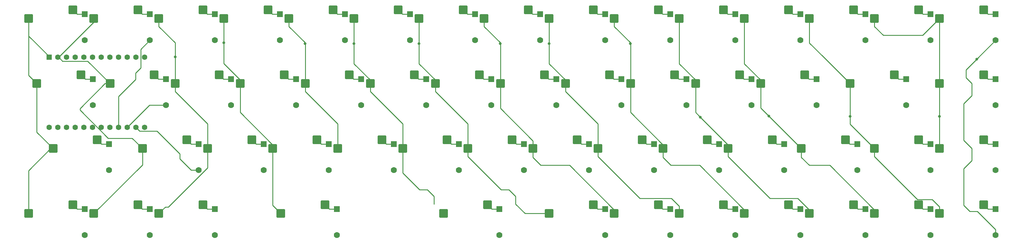
<source format=gbl>
%TF.GenerationSoftware,KiCad,Pcbnew,(6.0.10)*%
%TF.CreationDate,2023-01-15T11:01:46+05:00*%
%TF.ProjectId,key55,6b657935-352e-46b6-9963-61645f706362,rev?*%
%TF.SameCoordinates,Original*%
%TF.FileFunction,Copper,L2,Bot*%
%TF.FilePolarity,Positive*%
%FSLAX46Y46*%
G04 Gerber Fmt 4.6, Leading zero omitted, Abs format (unit mm)*
G04 Created by KiCad (PCBNEW (6.0.10)) date 2023-01-15 11:01:46*
%MOMM*%
%LPD*%
G01*
G04 APERTURE LIST*
G04 Aperture macros list*
%AMRoundRect*
0 Rectangle with rounded corners*
0 $1 Rounding radius*
0 $2 $3 $4 $5 $6 $7 $8 $9 X,Y pos of 4 corners*
0 Add a 4 corners polygon primitive as box body*
4,1,4,$2,$3,$4,$5,$6,$7,$8,$9,$2,$3,0*
0 Add four circle primitives for the rounded corners*
1,1,$1+$1,$2,$3*
1,1,$1+$1,$4,$5*
1,1,$1+$1,$6,$7*
1,1,$1+$1,$8,$9*
0 Add four rect primitives between the rounded corners*
20,1,$1+$1,$2,$3,$4,$5,0*
20,1,$1+$1,$4,$5,$6,$7,0*
20,1,$1+$1,$6,$7,$8,$9,0*
20,1,$1+$1,$8,$9,$2,$3,0*%
G04 Aperture macros list end*
%TA.AperFunction,SMDPad,CuDef*%
%ADD10RoundRect,0.250000X-1.025000X-1.000000X1.025000X-1.000000X1.025000X1.000000X-1.025000X1.000000X0*%
%TD*%
%TA.AperFunction,ComponentPad*%
%ADD11C,1.778000*%
%TD*%
%TA.AperFunction,ComponentPad*%
%ADD12R,1.778000X1.778000*%
%TD*%
%TA.AperFunction,ComponentPad*%
%ADD13R,1.600000X1.600000*%
%TD*%
%TA.AperFunction,ComponentPad*%
%ADD14C,1.600000*%
%TD*%
%TA.AperFunction,ViaPad*%
%ADD15C,0.800000*%
%TD*%
%TA.AperFunction,Conductor*%
%ADD16C,0.250000*%
%TD*%
G04 APERTURE END LIST*
D10*
%TO.P,K44,1*%
%TO.N,COL0*%
X15140000Y-76835000D03*
%TO.P,K44,2*%
%TO.N,Net-(D44-Pad2)*%
X28067000Y-74295000D03*
%TD*%
D11*
%TO.P,D39,1*%
%TO.N,ROW2*%
X217283000Y-64135000D03*
D12*
%TO.P,D39,2*%
%TO.N,Net-(D39-Pad2)*%
X217283000Y-56515000D03*
%TD*%
D10*
%TO.P,K49,1*%
%TO.N,COL6*%
X167540000Y-76835000D03*
%TO.P,K49,2*%
%TO.N,Net-(D49-Pad2)*%
X180467000Y-74295000D03*
%TD*%
%TO.P,K1,1*%
%TO.N,COL0*%
X15140000Y-19685000D03*
%TO.P,K1,2*%
%TO.N,Net-(D1-Pad2)*%
X28067000Y-17145000D03*
%TD*%
%TO.P,K7,1*%
%TO.N,COL6*%
X129440000Y-19685000D03*
%TO.P,K7,2*%
%TO.N,Net-(D7-Pad2)*%
X142367000Y-17145000D03*
%TD*%
D11*
%TO.P,D12,1*%
%TO.N,ROW0*%
X241095500Y-26035000D03*
D12*
%TO.P,D12,2*%
%TO.N,Net-(D12-Pad2)*%
X241095500Y-18415000D03*
%TD*%
D10*
%TO.P,K10,1*%
%TO.N,COL9*%
X186590000Y-19685000D03*
%TO.P,K10,2*%
%TO.N,Net-(D10-Pad2)*%
X199517000Y-17145000D03*
%TD*%
D11*
%TO.P,D9,1*%
%TO.N,ROW0*%
X183945500Y-26035000D03*
D12*
%TO.P,D9,2*%
%TO.N,Net-(D9-Pad2)*%
X183945500Y-18415000D03*
%TD*%
D11*
%TO.P,D54,1*%
%TO.N,ROW3*%
X279195500Y-83185000D03*
D12*
%TO.P,D54,2*%
%TO.N,Net-(D54-Pad2)*%
X279195500Y-75565000D03*
%TD*%
D11*
%TO.P,D52,1*%
%TO.N,ROW3*%
X241095500Y-83185000D03*
D12*
%TO.P,D52,2*%
%TO.N,Net-(D52-Pad2)*%
X241095500Y-75565000D03*
%TD*%
D10*
%TO.P,K34,1*%
%TO.N,COL4*%
X105627500Y-57785000D03*
%TO.P,K34,2*%
%TO.N,Net-(D34-Pad2)*%
X118554500Y-55245000D03*
%TD*%
%TO.P,K11,1*%
%TO.N,COL10*%
X205640000Y-19685000D03*
%TO.P,K11,2*%
%TO.N,Net-(D11-Pad2)*%
X218567000Y-17145000D03*
%TD*%
D11*
%TO.P,D55,1*%
%TO.N,ROW3*%
X298245500Y-83185000D03*
D12*
%TO.P,D55,2*%
%TO.N,Net-(D55-Pad2)*%
X298245500Y-75565000D03*
%TD*%
D11*
%TO.P,D47,1*%
%TO.N,ROW3*%
X105364250Y-83185000D03*
D12*
%TO.P,D47,2*%
%TO.N,Net-(D47-Pad2)*%
X105364250Y-75565000D03*
%TD*%
D11*
%TO.P,D33,1*%
%TO.N,ROW2*%
X102983000Y-64135000D03*
D12*
%TO.P,D33,2*%
%TO.N,Net-(D33-Pad2)*%
X102983000Y-56515000D03*
%TD*%
D11*
%TO.P,D48,1*%
%TO.N,ROW3*%
X152989250Y-83185000D03*
D12*
%TO.P,D48,2*%
%TO.N,Net-(D48-Pad2)*%
X152989250Y-75565000D03*
%TD*%
D10*
%TO.P,K18,1*%
%TO.N,COL2*%
X58002500Y-38735000D03*
%TO.P,K18,2*%
%TO.N,Net-(D18-Pad2)*%
X70929500Y-36195000D03*
%TD*%
%TO.P,K54,1*%
%TO.N,COL11*%
X262790000Y-76835000D03*
%TO.P,K54,2*%
%TO.N,Net-(D54-Pad2)*%
X275717000Y-74295000D03*
%TD*%
D11*
%TO.P,D37,1*%
%TO.N,ROW2*%
X179183000Y-64135000D03*
D12*
%TO.P,D37,2*%
%TO.N,Net-(D37-Pad2)*%
X179183000Y-56515000D03*
%TD*%
D11*
%TO.P,D2,1*%
%TO.N,ROW0*%
X50595500Y-26035000D03*
D12*
%TO.P,D2,2*%
%TO.N,Net-(D2-Pad2)*%
X50595500Y-18415000D03*
%TD*%
D11*
%TO.P,D19,1*%
%TO.N,ROW1*%
X93458000Y-45085000D03*
D12*
%TO.P,D19,2*%
%TO.N,Net-(D19-Pad2)*%
X93458000Y-37465000D03*
%TD*%
D11*
%TO.P,D1,1*%
%TO.N,ROW0*%
X31545500Y-26035000D03*
D12*
%TO.P,D1,2*%
%TO.N,Net-(D1-Pad2)*%
X31545500Y-18415000D03*
%TD*%
D11*
%TO.P,D3,1*%
%TO.N,ROW0*%
X69645500Y-26035000D03*
D12*
%TO.P,D3,2*%
%TO.N,Net-(D3-Pad2)*%
X69645500Y-18415000D03*
%TD*%
D10*
%TO.P,K27,1*%
%TO.N,COL11*%
X229452500Y-38735000D03*
%TO.P,K27,2*%
%TO.N,Net-(D27-Pad2)*%
X242379500Y-36195000D03*
%TD*%
%TO.P,K22,1*%
%TO.N,COL6*%
X134202500Y-38735000D03*
%TO.P,K22,2*%
%TO.N,Net-(D22-Pad2)*%
X147129500Y-36195000D03*
%TD*%
D11*
%TO.P,D36,1*%
%TO.N,ROW2*%
X160133000Y-64135000D03*
D12*
%TO.P,D36,2*%
%TO.N,Net-(D36-Pad2)*%
X160133000Y-56515000D03*
%TD*%
D11*
%TO.P,D14,1*%
%TO.N,ROW0*%
X279195500Y-26035000D03*
D12*
%TO.P,D14,2*%
%TO.N,Net-(D14-Pad2)*%
X279195500Y-18415000D03*
%TD*%
D10*
%TO.P,K35,1*%
%TO.N,COL5*%
X124677500Y-57785000D03*
%TO.P,K35,2*%
%TO.N,Net-(D35-Pad2)*%
X137604500Y-55245000D03*
%TD*%
%TO.P,K9,1*%
%TO.N,COL8*%
X167540000Y-19685000D03*
%TO.P,K9,2*%
%TO.N,Net-(D9-Pad2)*%
X180467000Y-17145000D03*
%TD*%
D11*
%TO.P,D13,1*%
%TO.N,ROW0*%
X260145500Y-26035000D03*
D12*
%TO.P,D13,2*%
%TO.N,Net-(D13-Pad2)*%
X260145500Y-18415000D03*
%TD*%
D11*
%TO.P,D30,1*%
%TO.N,ROW2*%
X38689250Y-64135000D03*
D12*
%TO.P,D30,2*%
%TO.N,Net-(D30-Pad2)*%
X38689250Y-56515000D03*
%TD*%
D10*
%TO.P,K29,1*%
%TO.N,COL13*%
X281840000Y-38735000D03*
%TO.P,K29,2*%
%TO.N,Net-(D29-Pad2)*%
X294767000Y-36195000D03*
%TD*%
%TO.P,K39,1*%
%TO.N,COL9*%
X200877500Y-57785000D03*
%TO.P,K39,2*%
%TO.N,Net-(D39-Pad2)*%
X213804500Y-55245000D03*
%TD*%
D11*
%TO.P,D25,1*%
%TO.N,ROW1*%
X207758000Y-45085000D03*
D12*
%TO.P,D25,2*%
%TO.N,Net-(D25-Pad2)*%
X207758000Y-37465000D03*
%TD*%
D10*
%TO.P,K55,1*%
%TO.N,COL12*%
X281840000Y-76835000D03*
%TO.P,K55,2*%
%TO.N,Net-(D55-Pad2)*%
X294767000Y-74295000D03*
%TD*%
D11*
%TO.P,D45,1*%
%TO.N,ROW3*%
X50595500Y-83185000D03*
D12*
%TO.P,D45,2*%
%TO.N,Net-(D45-Pad2)*%
X50595500Y-75565000D03*
%TD*%
D10*
%TO.P,K6,1*%
%TO.N,COL5*%
X110390000Y-19685000D03*
%TO.P,K6,2*%
%TO.N,Net-(D6-Pad2)*%
X123317000Y-17145000D03*
%TD*%
D11*
%TO.P,D21,1*%
%TO.N,ROW1*%
X131558000Y-45085000D03*
D12*
%TO.P,D21,2*%
%TO.N,Net-(D21-Pad2)*%
X131558000Y-37465000D03*
%TD*%
D10*
%TO.P,K46,1*%
%TO.N,COL2*%
X53240000Y-76835000D03*
%TO.P,K46,2*%
%TO.N,Net-(D46-Pad2)*%
X66167000Y-74295000D03*
%TD*%
%TO.P,K50,1*%
%TO.N,COL7*%
X186590000Y-76835000D03*
%TO.P,K50,2*%
%TO.N,Net-(D50-Pad2)*%
X199517000Y-74295000D03*
%TD*%
D11*
%TO.P,D34,1*%
%TO.N,ROW2*%
X122033000Y-64135000D03*
D12*
%TO.P,D34,2*%
%TO.N,Net-(D34-Pad2)*%
X122033000Y-56515000D03*
%TD*%
D10*
%TO.P,K25,1*%
%TO.N,COL9*%
X191352500Y-38735000D03*
%TO.P,K25,2*%
%TO.N,Net-(D25-Pad2)*%
X204279500Y-36195000D03*
%TD*%
D11*
%TO.P,D4,1*%
%TO.N,ROW0*%
X88695500Y-26035000D03*
D12*
%TO.P,D4,2*%
%TO.N,Net-(D4-Pad2)*%
X88695500Y-18415000D03*
%TD*%
D11*
%TO.P,D31,1*%
%TO.N,ROW2*%
X64883000Y-64135000D03*
D12*
%TO.P,D31,2*%
%TO.N,Net-(D31-Pad2)*%
X64883000Y-56515000D03*
%TD*%
D11*
%TO.P,D5,1*%
%TO.N,ROW0*%
X107745500Y-26035000D03*
D12*
%TO.P,D5,2*%
%TO.N,Net-(D5-Pad2)*%
X107745500Y-18415000D03*
%TD*%
D11*
%TO.P,D41,1*%
%TO.N,ROW2*%
X257764250Y-64135000D03*
D12*
%TO.P,D41,2*%
%TO.N,Net-(D41-Pad2)*%
X257764250Y-56515000D03*
%TD*%
D11*
%TO.P,D15,1*%
%TO.N,ROW3*%
X298245500Y-26035000D03*
D12*
%TO.P,D15,2*%
%TO.N,Net-(D15-Pad2)*%
X298245500Y-18415000D03*
%TD*%
D11*
%TO.P,D35,1*%
%TO.N,ROW2*%
X141083000Y-64135000D03*
D12*
%TO.P,D35,2*%
%TO.N,Net-(D35-Pad2)*%
X141083000Y-56515000D03*
%TD*%
D11*
%TO.P,D38,1*%
%TO.N,ROW2*%
X198233000Y-64135000D03*
D12*
%TO.P,D38,2*%
%TO.N,Net-(D38-Pad2)*%
X198233000Y-56515000D03*
%TD*%
D11*
%TO.P,D16,1*%
%TO.N,ROW1*%
X33926750Y-45085000D03*
D12*
%TO.P,D16,2*%
%TO.N,Net-(D16-Pad2)*%
X33926750Y-37465000D03*
%TD*%
D10*
%TO.P,K8,1*%
%TO.N,COL7*%
X148490000Y-19685000D03*
%TO.P,K8,2*%
%TO.N,Net-(D8-Pad2)*%
X161417000Y-17145000D03*
%TD*%
D11*
%TO.P,D26,1*%
%TO.N,ROW1*%
X226808000Y-45085000D03*
D12*
%TO.P,D26,2*%
%TO.N,Net-(D26-Pad2)*%
X226808000Y-37465000D03*
%TD*%
D10*
%TO.P,K43,1*%
%TO.N,COL13*%
X281840000Y-57785000D03*
%TO.P,K43,2*%
%TO.N,Net-(D43-Pad2)*%
X294767000Y-55245000D03*
%TD*%
%TO.P,K16,1*%
%TO.N,COL0*%
X17521250Y-38735000D03*
%TO.P,K16,2*%
%TO.N,Net-(D16-Pad2)*%
X30448250Y-36195000D03*
%TD*%
D11*
%TO.P,D51,1*%
%TO.N,ROW3*%
X222045500Y-83185000D03*
D12*
%TO.P,D51,2*%
%TO.N,Net-(D51-Pad2)*%
X222045500Y-75565000D03*
%TD*%
D10*
%TO.P,K12,1*%
%TO.N,COL11*%
X224690000Y-19685000D03*
%TO.P,K12,2*%
%TO.N,Net-(D12-Pad2)*%
X237617000Y-17145000D03*
%TD*%
%TO.P,K15,1*%
%TO.N,COL13*%
X281840000Y-19685000D03*
%TO.P,K15,2*%
%TO.N,Net-(D15-Pad2)*%
X294767000Y-17145000D03*
%TD*%
D11*
%TO.P,D53,1*%
%TO.N,ROW3*%
X260145500Y-83185000D03*
D12*
%TO.P,D53,2*%
%TO.N,Net-(D53-Pad2)*%
X260145500Y-75565000D03*
%TD*%
D10*
%TO.P,K41,1*%
%TO.N,COL11*%
X241358750Y-57785000D03*
%TO.P,K41,2*%
%TO.N,Net-(D41-Pad2)*%
X254285750Y-55245000D03*
%TD*%
D11*
%TO.P,D22,1*%
%TO.N,ROW1*%
X150608000Y-45085000D03*
D12*
%TO.P,D22,2*%
%TO.N,Net-(D22-Pad2)*%
X150608000Y-37465000D03*
%TD*%
D10*
%TO.P,K52,1*%
%TO.N,COL9*%
X224690000Y-76835000D03*
%TO.P,K52,2*%
%TO.N,Net-(D52-Pad2)*%
X237617000Y-74295000D03*
%TD*%
D11*
%TO.P,D27,1*%
%TO.N,ROW1*%
X245858000Y-45085000D03*
D12*
%TO.P,D27,2*%
%TO.N,Net-(D27-Pad2)*%
X245858000Y-37465000D03*
%TD*%
D11*
%TO.P,D44,1*%
%TO.N,ROW3*%
X31545500Y-83185000D03*
D12*
%TO.P,D44,2*%
%TO.N,Net-(D44-Pad2)*%
X31545500Y-75565000D03*
%TD*%
D10*
%TO.P,K51,1*%
%TO.N,COL8*%
X205640000Y-76835000D03*
%TO.P,K51,2*%
%TO.N,Net-(D51-Pad2)*%
X218567000Y-74295000D03*
%TD*%
D11*
%TO.P,D42,1*%
%TO.N,ROW2*%
X279195500Y-64135000D03*
D12*
%TO.P,D42,2*%
%TO.N,Net-(D42-Pad2)*%
X279195500Y-56515000D03*
%TD*%
D10*
%TO.P,K32,1*%
%TO.N,COL2*%
X67527500Y-57785000D03*
%TO.P,K32,2*%
%TO.N,Net-(D32-Pad2)*%
X80454500Y-55245000D03*
%TD*%
%TO.P,K36,1*%
%TO.N,COL6*%
X143727500Y-57785000D03*
%TO.P,K36,2*%
%TO.N,Net-(D36-Pad2)*%
X156654500Y-55245000D03*
%TD*%
%TO.P,K28,1*%
%TO.N,COL12*%
X255646250Y-38735000D03*
%TO.P,K28,2*%
%TO.N,Net-(D28-Pad2)*%
X268573250Y-36195000D03*
%TD*%
D11*
%TO.P,D17,1*%
%TO.N,ROW1*%
X55358000Y-45085000D03*
D12*
%TO.P,D17,2*%
%TO.N,Net-(D17-Pad2)*%
X55358000Y-37465000D03*
%TD*%
D10*
%TO.P,K14,1*%
%TO.N,COL13*%
X262790000Y-19685000D03*
%TO.P,K14,2*%
%TO.N,Net-(D14-Pad2)*%
X275717000Y-17145000D03*
%TD*%
D11*
%TO.P,D46,1*%
%TO.N,ROW3*%
X69645500Y-83185000D03*
D12*
%TO.P,D46,2*%
%TO.N,Net-(D46-Pad2)*%
X69645500Y-75565000D03*
%TD*%
D10*
%TO.P,K26,1*%
%TO.N,COL10*%
X210402500Y-38735000D03*
%TO.P,K26,2*%
%TO.N,Net-(D26-Pad2)*%
X223329500Y-36195000D03*
%TD*%
%TO.P,K17,1*%
%TO.N,COL1*%
X38952500Y-38735000D03*
%TO.P,K17,2*%
%TO.N,Net-(D17-Pad2)*%
X51879500Y-36195000D03*
%TD*%
%TO.P,K13,1*%
%TO.N,COL12*%
X243740000Y-19685000D03*
%TO.P,K13,2*%
%TO.N,Net-(D13-Pad2)*%
X256667000Y-17145000D03*
%TD*%
D11*
%TO.P,D32,1*%
%TO.N,ROW2*%
X83933000Y-64135000D03*
D12*
%TO.P,D32,2*%
%TO.N,Net-(D32-Pad2)*%
X83933000Y-56515000D03*
%TD*%
D11*
%TO.P,D23,1*%
%TO.N,ROW1*%
X169658000Y-45085000D03*
D12*
%TO.P,D23,2*%
%TO.N,Net-(D23-Pad2)*%
X169658000Y-37465000D03*
%TD*%
D10*
%TO.P,K45,1*%
%TO.N,COL1*%
X34190000Y-76835000D03*
%TO.P,K45,2*%
%TO.N,Net-(D45-Pad2)*%
X47117000Y-74295000D03*
%TD*%
%TO.P,K20,1*%
%TO.N,COL4*%
X96102500Y-38735000D03*
%TO.P,K20,2*%
%TO.N,Net-(D20-Pad2)*%
X109029500Y-36195000D03*
%TD*%
D11*
%TO.P,D11,1*%
%TO.N,ROW0*%
X222045500Y-26035000D03*
D12*
%TO.P,D11,2*%
%TO.N,Net-(D11-Pad2)*%
X222045500Y-18415000D03*
%TD*%
D10*
%TO.P,K24,1*%
%TO.N,COL8*%
X172302500Y-38735000D03*
%TO.P,K24,2*%
%TO.N,Net-(D24-Pad2)*%
X185229500Y-36195000D03*
%TD*%
%TO.P,K48,1*%
%TO.N,COL5*%
X136583750Y-76835000D03*
%TO.P,K48,2*%
%TO.N,Net-(D48-Pad2)*%
X149510750Y-74295000D03*
%TD*%
%TO.P,K38,1*%
%TO.N,COL8*%
X181827500Y-57785000D03*
%TO.P,K38,2*%
%TO.N,Net-(D38-Pad2)*%
X194754500Y-55245000D03*
%TD*%
D11*
%TO.P,D29,1*%
%TO.N,ROW1*%
X298245500Y-45085000D03*
D12*
%TO.P,D29,2*%
%TO.N,Net-(D29-Pad2)*%
X298245500Y-37465000D03*
%TD*%
D11*
%TO.P,D6,1*%
%TO.N,ROW0*%
X126795500Y-26035000D03*
D12*
%TO.P,D6,2*%
%TO.N,Net-(D6-Pad2)*%
X126795500Y-18415000D03*
%TD*%
D11*
%TO.P,D8,1*%
%TO.N,ROW0*%
X164895500Y-26035000D03*
D12*
%TO.P,D8,2*%
%TO.N,Net-(D8-Pad2)*%
X164895500Y-18415000D03*
%TD*%
D11*
%TO.P,D28,1*%
%TO.N,ROW1*%
X272051750Y-45085000D03*
D12*
%TO.P,D28,2*%
%TO.N,Net-(D28-Pad2)*%
X272051750Y-37465000D03*
%TD*%
D10*
%TO.P,K4,1*%
%TO.N,COL3*%
X72290000Y-19685000D03*
%TO.P,K4,2*%
%TO.N,Net-(D4-Pad2)*%
X85217000Y-17145000D03*
%TD*%
D11*
%TO.P,D50,1*%
%TO.N,ROW3*%
X202995500Y-83185000D03*
D12*
%TO.P,D50,2*%
%TO.N,Net-(D50-Pad2)*%
X202995500Y-75565000D03*
%TD*%
D10*
%TO.P,K37,1*%
%TO.N,COL7*%
X162777500Y-57785000D03*
%TO.P,K37,2*%
%TO.N,Net-(D37-Pad2)*%
X175704500Y-55245000D03*
%TD*%
%TO.P,K2,1*%
%TO.N,COL1*%
X34190000Y-19685000D03*
%TO.P,K2,2*%
%TO.N,Net-(D2-Pad2)*%
X47117000Y-17145000D03*
%TD*%
D11*
%TO.P,D24,1*%
%TO.N,ROW1*%
X188708000Y-45085000D03*
D12*
%TO.P,D24,2*%
%TO.N,Net-(D24-Pad2)*%
X188708000Y-37465000D03*
%TD*%
D10*
%TO.P,K42,1*%
%TO.N,COL12*%
X262790000Y-57785000D03*
%TO.P,K42,2*%
%TO.N,Net-(D42-Pad2)*%
X275717000Y-55245000D03*
%TD*%
%TO.P,K47,1*%
%TO.N,COL3*%
X88958750Y-76835000D03*
%TO.P,K47,2*%
%TO.N,Net-(D47-Pad2)*%
X101885750Y-74295000D03*
%TD*%
%TO.P,K40,1*%
%TO.N,COL10*%
X219927500Y-57785000D03*
%TO.P,K40,2*%
%TO.N,Net-(D40-Pad2)*%
X232854500Y-55245000D03*
%TD*%
%TO.P,K23,1*%
%TO.N,COL7*%
X153252500Y-38735000D03*
%TO.P,K23,2*%
%TO.N,Net-(D23-Pad2)*%
X166179500Y-36195000D03*
%TD*%
%TO.P,K31,1*%
%TO.N,COL1*%
X48477500Y-57785000D03*
%TO.P,K31,2*%
%TO.N,Net-(D31-Pad2)*%
X61404500Y-55245000D03*
%TD*%
%TO.P,K30,1*%
%TO.N,COL0*%
X22283750Y-57785000D03*
%TO.P,K30,2*%
%TO.N,Net-(D30-Pad2)*%
X35210750Y-55245000D03*
%TD*%
%TO.P,K21,1*%
%TO.N,COL5*%
X115152500Y-38735000D03*
%TO.P,K21,2*%
%TO.N,Net-(D21-Pad2)*%
X128079500Y-36195000D03*
%TD*%
%TO.P,K19,1*%
%TO.N,COL3*%
X77052500Y-38735000D03*
%TO.P,K19,2*%
%TO.N,Net-(D19-Pad2)*%
X89979500Y-36195000D03*
%TD*%
D11*
%TO.P,D43,1*%
%TO.N,ROW2*%
X298245500Y-64135000D03*
D12*
%TO.P,D43,2*%
%TO.N,Net-(D43-Pad2)*%
X298245500Y-56515000D03*
%TD*%
D10*
%TO.P,K3,1*%
%TO.N,COL2*%
X53240000Y-19685000D03*
%TO.P,K3,2*%
%TO.N,Net-(D3-Pad2)*%
X66167000Y-17145000D03*
%TD*%
%TO.P,K33,1*%
%TO.N,COL3*%
X86577500Y-57785000D03*
%TO.P,K33,2*%
%TO.N,Net-(D33-Pad2)*%
X99504500Y-55245000D03*
%TD*%
D11*
%TO.P,D49,1*%
%TO.N,ROW3*%
X183945500Y-83185000D03*
D12*
%TO.P,D49,2*%
%TO.N,Net-(D49-Pad2)*%
X183945500Y-75565000D03*
%TD*%
D10*
%TO.P,K53,1*%
%TO.N,COL10*%
X243740000Y-76835000D03*
%TO.P,K53,2*%
%TO.N,Net-(D53-Pad2)*%
X256667000Y-74295000D03*
%TD*%
%TO.P,K5,1*%
%TO.N,COL4*%
X91340000Y-19685000D03*
%TO.P,K5,2*%
%TO.N,Net-(D5-Pad2)*%
X104267000Y-17145000D03*
%TD*%
D11*
%TO.P,D10,1*%
%TO.N,ROW0*%
X202995500Y-26035000D03*
D12*
%TO.P,D10,2*%
%TO.N,Net-(D10-Pad2)*%
X202995500Y-18415000D03*
%TD*%
D11*
%TO.P,D18,1*%
%TO.N,ROW1*%
X74408000Y-45085000D03*
D12*
%TO.P,D18,2*%
%TO.N,Net-(D18-Pad2)*%
X74408000Y-37465000D03*
%TD*%
D11*
%TO.P,D20,1*%
%TO.N,ROW1*%
X112508000Y-45085000D03*
D12*
%TO.P,D20,2*%
%TO.N,Net-(D20-Pad2)*%
X112508000Y-37465000D03*
%TD*%
D11*
%TO.P,D7,1*%
%TO.N,ROW0*%
X145845500Y-26035000D03*
D12*
%TO.P,D7,2*%
%TO.N,Net-(D7-Pad2)*%
X145845500Y-18415000D03*
%TD*%
D11*
%TO.P,D40,1*%
%TO.N,ROW2*%
X236333000Y-64135000D03*
D12*
%TO.P,D40,2*%
%TO.N,Net-(D40-Pad2)*%
X236333000Y-56515000D03*
%TD*%
D13*
%TO.P,U1,1,TX*%
%TO.N,COL0*%
X21138000Y-30988000D03*
D14*
%TO.P,U1,2,RX*%
%TO.N,COL1*%
X23678000Y-30988000D03*
%TO.P,U1,3,GND*%
%TO.N,unconnected-(U1-Pad3)*%
X26218000Y-30988000D03*
%TO.P,U1,4,GND*%
%TO.N,unconnected-(U1-Pad4)*%
X28758000Y-30988000D03*
%TO.P,U1,5,SDA*%
%TO.N,COL2*%
X31298000Y-30988000D03*
%TO.P,U1,6,SCL*%
%TO.N,COL3*%
X33838000Y-30988000D03*
%TO.P,U1,7,D4*%
%TO.N,COL4*%
X36378000Y-30988000D03*
%TO.P,U1,8,C6*%
%TO.N,COL5*%
X38918000Y-30988000D03*
%TO.P,U1,9,D7*%
%TO.N,COL6*%
X41458000Y-30988000D03*
%TO.P,U1,10,E6*%
%TO.N,COL7*%
X43998000Y-30988000D03*
%TO.P,U1,11,B4*%
%TO.N,COL8*%
X46538000Y-30988000D03*
%TO.P,U1,12,B5*%
%TO.N,COL9*%
X49078000Y-30988000D03*
%TO.P,U1,13,B6*%
%TO.N,ROW3*%
X49078000Y-51562000D03*
%TO.P,U1,14,B2*%
%TO.N,ROW2*%
X46538000Y-51562000D03*
%TO.P,U1,15,B3*%
%TO.N,ROW1*%
X43998000Y-51562000D03*
%TO.P,U1,16,B1*%
%TO.N,ROW0*%
X41458000Y-51562000D03*
%TO.P,U1,17,F7*%
%TO.N,COL13*%
X38918000Y-51562000D03*
%TO.P,U1,18,F6*%
%TO.N,COL12*%
X36378000Y-51562000D03*
%TO.P,U1,19,F5*%
%TO.N,COL11*%
X33838000Y-51562000D03*
%TO.P,U1,20,F4*%
%TO.N,COL10*%
X31298000Y-51562000D03*
%TO.P,U1,21,VCC*%
%TO.N,unconnected-(U1-Pad21)*%
X28758000Y-51562000D03*
%TO.P,U1,22,RST*%
%TO.N,unconnected-(U1-Pad22)*%
X26218000Y-51562000D03*
%TO.P,U1,23,GND*%
%TO.N,unconnected-(U1-Pad23)*%
X23678000Y-51562000D03*
%TO.P,U1,24,RAW*%
%TO.N,unconnected-(U1-Pad24)*%
X21138000Y-51562000D03*
%TD*%
D15*
%TO.N,ROW3*%
X292712125Y-31568375D03*
%TO.N,COL2*%
X58002500Y-30897500D03*
%TO.N,COL3*%
X72231250Y-26759500D03*
%TO.N,COL4*%
X96043750Y-26987500D03*
%TO.N,COL5*%
X110331250Y-26987500D03*
%TO.N,COL6*%
X129381250Y-26987500D03*
%TO.N,COL7*%
X153193750Y-26987500D03*
%TO.N,COL8*%
X167481250Y-26987500D03*
%TO.N,COL9*%
X191293750Y-26987500D03*
%TO.N,COL10*%
X211773000Y-48577000D03*
%TO.N,COL11*%
X231883750Y-48310000D03*
%TO.N,COL12*%
X255646250Y-48360000D03*
%TO.N,COL13*%
X281840000Y-48360000D03*
%TD*%
D16*
%TO.N,ROW0*%
X41475268Y-42525001D02*
X42207501Y-41792768D01*
X46468250Y-37485491D02*
X46468250Y-35617242D01*
X41458000Y-42525001D02*
X41475268Y-42525001D01*
X47953000Y-28677500D02*
X50595500Y-26035000D01*
X42207501Y-41792768D02*
X42207501Y-41746240D01*
X42207501Y-41746240D02*
X46468250Y-37485491D01*
X46468250Y-35617242D02*
X47953000Y-34132492D01*
X41458000Y-51562000D02*
X41458000Y-42525001D01*
X47953000Y-34132492D02*
X47953000Y-28677500D01*
%TO.N,Net-(D1-Pad2)*%
X29337000Y-18415000D02*
X31545500Y-18415000D01*
X28067000Y-17145000D02*
X29337000Y-18415000D01*
%TO.N,Net-(D2-Pad2)*%
X48387000Y-18415000D02*
X50595500Y-18415000D01*
X47117000Y-17145000D02*
X48387000Y-18415000D01*
%TO.N,Net-(D3-Pad2)*%
X67437000Y-18415000D02*
X69645500Y-18415000D01*
X66167000Y-17145000D02*
X67437000Y-18415000D01*
%TO.N,Net-(D4-Pad2)*%
X86487000Y-18415000D02*
X88695500Y-18415000D01*
X85217000Y-17145000D02*
X86487000Y-18415000D01*
%TO.N,Net-(D5-Pad2)*%
X105537000Y-18415000D02*
X107745500Y-18415000D01*
X104267000Y-17145000D02*
X105537000Y-18415000D01*
%TO.N,Net-(D6-Pad2)*%
X124587000Y-18415000D02*
X126795500Y-18415000D01*
X123317000Y-17145000D02*
X124587000Y-18415000D01*
%TO.N,Net-(D7-Pad2)*%
X142367000Y-17145000D02*
X143637000Y-18415000D01*
X143637000Y-18415000D02*
X145845500Y-18415000D01*
%TO.N,Net-(D8-Pad2)*%
X162687000Y-18415000D02*
X164895500Y-18415000D01*
X161417000Y-17145000D02*
X162687000Y-18415000D01*
%TO.N,Net-(D9-Pad2)*%
X180467000Y-17145000D02*
X181737000Y-18415000D01*
X181737000Y-18415000D02*
X183945500Y-18415000D01*
%TO.N,Net-(D10-Pad2)*%
X199517000Y-17145000D02*
X200787000Y-18415000D01*
X200787000Y-18415000D02*
X202995500Y-18415000D01*
%TO.N,Net-(D11-Pad2)*%
X219837000Y-18415000D02*
X222045500Y-18415000D01*
X218567000Y-17145000D02*
X219837000Y-18415000D01*
%TO.N,Net-(D12-Pad2)*%
X238887000Y-18415000D02*
X241095500Y-18415000D01*
X237617000Y-17145000D02*
X238887000Y-18415000D01*
%TO.N,Net-(D13-Pad2)*%
X257937000Y-18415000D02*
X260145500Y-18415000D01*
X256667000Y-17145000D02*
X257937000Y-18415000D01*
%TO.N,Net-(D14-Pad2)*%
X275717000Y-17145000D02*
X276987000Y-18415000D01*
X276987000Y-18415000D02*
X279195500Y-18415000D01*
%TO.N,ROW3*%
X288925000Y-63683759D02*
X291306250Y-61302509D01*
X292712125Y-31568375D02*
X298245500Y-26035000D01*
X289564999Y-34715501D02*
X292712125Y-31568375D01*
X291306250Y-57773258D02*
X288925000Y-55392008D01*
X288925000Y-74442008D02*
X288925000Y-63683759D01*
X290677993Y-76195001D02*
X288925000Y-74442008D01*
X288925000Y-55392008D02*
X288925000Y-44633759D01*
X288925000Y-44633759D02*
X291306250Y-42252509D01*
X289564999Y-36982007D02*
X289564999Y-34715501D01*
X298245500Y-83185000D02*
X298245500Y-81551750D01*
X291306250Y-38723258D02*
X289564999Y-36982007D01*
X292888751Y-76195001D02*
X290677993Y-76195001D01*
X298245500Y-81551750D02*
X292888751Y-76195001D01*
X291306250Y-42252509D02*
X291306250Y-38723258D01*
X291306250Y-61302509D02*
X291306250Y-57773258D01*
%TO.N,Net-(D15-Pad2)*%
X296037000Y-18415000D02*
X298245500Y-18415000D01*
X294767000Y-17145000D02*
X296037000Y-18415000D01*
%TO.N,ROW1*%
X50475000Y-45085000D02*
X55358000Y-45085000D01*
X43998000Y-51562000D02*
X50475000Y-45085000D01*
%TO.N,Net-(D16-Pad2)*%
X31718250Y-37465000D02*
X33926750Y-37465000D01*
X30448250Y-36195000D02*
X31718250Y-37465000D01*
%TO.N,Net-(D17-Pad2)*%
X51879500Y-36195000D02*
X53149500Y-37465000D01*
X53149500Y-37465000D02*
X55358000Y-37465000D01*
%TO.N,Net-(D18-Pad2)*%
X72199500Y-37465000D02*
X74408000Y-37465000D01*
X70929500Y-36195000D02*
X72199500Y-37465000D01*
%TO.N,Net-(D19-Pad2)*%
X91249500Y-37465000D02*
X93458000Y-37465000D01*
X89979500Y-36195000D02*
X91249500Y-37465000D01*
%TO.N,Net-(D20-Pad2)*%
X110299500Y-37465000D02*
X112508000Y-37465000D01*
X109029500Y-36195000D02*
X110299500Y-37465000D01*
%TO.N,Net-(D21-Pad2)*%
X128079500Y-36195000D02*
X129349500Y-37465000D01*
X129349500Y-37465000D02*
X131558000Y-37465000D01*
%TO.N,Net-(D22-Pad2)*%
X147129500Y-36195000D02*
X148399500Y-37465000D01*
X148399500Y-37465000D02*
X150608000Y-37465000D01*
%TO.N,Net-(D23-Pad2)*%
X167449500Y-37465000D02*
X169658000Y-37465000D01*
X166179500Y-36195000D02*
X167449500Y-37465000D01*
%TO.N,Net-(D24-Pad2)*%
X186499500Y-37465000D02*
X188708000Y-37465000D01*
X185229500Y-36195000D02*
X186499500Y-37465000D01*
%TO.N,Net-(D25-Pad2)*%
X204279500Y-36195000D02*
X205549500Y-37465000D01*
X205549500Y-37465000D02*
X207758000Y-37465000D01*
%TO.N,Net-(D26-Pad2)*%
X223329500Y-36195000D02*
X224599500Y-37465000D01*
X224599500Y-37465000D02*
X226808000Y-37465000D01*
%TO.N,Net-(D27-Pad2)*%
X242379500Y-36195000D02*
X243649500Y-37465000D01*
X243649500Y-37465000D02*
X245858000Y-37465000D01*
%TO.N,Net-(D28-Pad2)*%
X269843250Y-37465000D02*
X272051750Y-37465000D01*
X268573250Y-36195000D02*
X269843250Y-37465000D01*
%TO.N,Net-(D29-Pad2)*%
X296037000Y-37465000D02*
X298245500Y-37465000D01*
X294767000Y-36195000D02*
X296037000Y-37465000D01*
%TO.N,ROW2*%
X52687000Y-52687000D02*
X59392499Y-59392499D01*
X47663000Y-52687000D02*
X52687000Y-52687000D01*
X59392499Y-60842768D02*
X62684731Y-64135000D01*
X62684731Y-64135000D02*
X64883000Y-64135000D01*
X59392499Y-59392499D02*
X59392499Y-60842768D01*
X46538000Y-51562000D02*
X47663000Y-52687000D01*
%TO.N,Net-(D30-Pad2)*%
X35210750Y-55245000D02*
X36480750Y-56515000D01*
X36480750Y-56515000D02*
X38689250Y-56515000D01*
%TO.N,Net-(D31-Pad2)*%
X61404500Y-55245000D02*
X62674500Y-56515000D01*
X62674500Y-56515000D02*
X64883000Y-56515000D01*
%TO.N,Net-(D32-Pad2)*%
X81724500Y-56515000D02*
X83933000Y-56515000D01*
X80454500Y-55245000D02*
X81724500Y-56515000D01*
%TO.N,Net-(D33-Pad2)*%
X100774500Y-56515000D02*
X102983000Y-56515000D01*
X99504500Y-55245000D02*
X100774500Y-56515000D01*
%TO.N,Net-(D34-Pad2)*%
X118554500Y-55245000D02*
X119824500Y-56515000D01*
X119824500Y-56515000D02*
X122033000Y-56515000D01*
%TO.N,Net-(D35-Pad2)*%
X138874500Y-56515000D02*
X141083000Y-56515000D01*
X137604500Y-55245000D02*
X138874500Y-56515000D01*
%TO.N,Net-(D36-Pad2)*%
X156654500Y-55245000D02*
X157924500Y-56515000D01*
X157924500Y-56515000D02*
X160133000Y-56515000D01*
%TO.N,Net-(D37-Pad2)*%
X176974500Y-56515000D02*
X179183000Y-56515000D01*
X175704500Y-55245000D02*
X176974500Y-56515000D01*
%TO.N,Net-(D38-Pad2)*%
X194754500Y-55245000D02*
X196024500Y-56515000D01*
X196024500Y-56515000D02*
X198233000Y-56515000D01*
%TO.N,Net-(D39-Pad2)*%
X217283000Y-56515000D02*
X215074500Y-56515000D01*
X215074500Y-56515000D02*
X213804500Y-55245000D01*
%TO.N,Net-(D40-Pad2)*%
X232854500Y-55245000D02*
X234124500Y-56515000D01*
X234124500Y-56515000D02*
X236333000Y-56515000D01*
%TO.N,Net-(D41-Pad2)*%
X255555750Y-56515000D02*
X257764250Y-56515000D01*
X254285750Y-55245000D02*
X255555750Y-56515000D01*
%TO.N,Net-(D42-Pad2)*%
X275717000Y-55245000D02*
X276987000Y-56515000D01*
X276987000Y-56515000D02*
X279195500Y-56515000D01*
%TO.N,Net-(D43-Pad2)*%
X294767000Y-55245000D02*
X296037000Y-56515000D01*
X296037000Y-56515000D02*
X298245500Y-56515000D01*
%TO.N,Net-(D44-Pad2)*%
X28067000Y-74295000D02*
X29337000Y-75565000D01*
X29337000Y-75565000D02*
X31545500Y-75565000D01*
%TO.N,Net-(D45-Pad2)*%
X47117000Y-74295000D02*
X48387000Y-75565000D01*
X48387000Y-75565000D02*
X50595500Y-75565000D01*
%TO.N,Net-(D46-Pad2)*%
X66167000Y-74295000D02*
X67437000Y-75565000D01*
X67437000Y-75565000D02*
X69645500Y-75565000D01*
%TO.N,Net-(D47-Pad2)*%
X101885750Y-74295000D02*
X103155750Y-75565000D01*
X103155750Y-75565000D02*
X105364250Y-75565000D01*
%TO.N,Net-(D48-Pad2)*%
X150780750Y-75565000D02*
X152989250Y-75565000D01*
X149510750Y-74295000D02*
X150780750Y-75565000D01*
%TO.N,Net-(D49-Pad2)*%
X181737000Y-75565000D02*
X183945500Y-75565000D01*
X180467000Y-74295000D02*
X181737000Y-75565000D01*
%TO.N,Net-(D50-Pad2)*%
X199517000Y-74295000D02*
X200787000Y-75565000D01*
X200787000Y-75565000D02*
X202995500Y-75565000D01*
%TO.N,Net-(D51-Pad2)*%
X218567000Y-74295000D02*
X219837000Y-75565000D01*
X219837000Y-75565000D02*
X222045500Y-75565000D01*
%TO.N,Net-(D52-Pad2)*%
X237617000Y-74295000D02*
X238887000Y-75565000D01*
X238887000Y-75565000D02*
X241095500Y-75565000D01*
%TO.N,Net-(D53-Pad2)*%
X256667000Y-74295000D02*
X257937000Y-75565000D01*
X257937000Y-75565000D02*
X260145500Y-75565000D01*
%TO.N,Net-(D54-Pad2)*%
X276987000Y-75565000D02*
X279195500Y-75565000D01*
X275717000Y-74295000D02*
X276987000Y-75565000D01*
%TO.N,Net-(D55-Pad2)*%
X296037000Y-75565000D02*
X298245500Y-75565000D01*
X294767000Y-74295000D02*
X296037000Y-75565000D01*
%TO.N,COL0*%
X15140000Y-24817500D02*
X21355500Y-31033000D01*
X21590000Y-57785000D02*
X15140000Y-64235000D01*
X22283750Y-57785000D02*
X21590000Y-57785000D01*
X15140000Y-19685000D02*
X15140000Y-24817500D01*
X15140000Y-36353750D02*
X17521250Y-38735000D01*
X15140000Y-19685000D02*
X15140000Y-36353750D01*
X17521250Y-38735000D02*
X17521250Y-53022500D01*
X15140000Y-64235000D02*
X15140000Y-76835000D01*
X17521250Y-53022500D02*
X22283750Y-57785000D01*
%TO.N,COL1*%
X34190000Y-20738500D02*
X23895500Y-31033000D01*
X48477500Y-57785000D02*
X48477500Y-62547500D01*
X32375500Y-32158000D02*
X38952500Y-38735000D01*
X25020500Y-32158000D02*
X32375500Y-32158000D01*
X45461250Y-54768750D02*
X48477500Y-57785000D01*
X30162500Y-46510991D02*
X38420259Y-54768750D01*
X34190000Y-19685000D02*
X34190000Y-20738500D01*
X48477500Y-62547500D02*
X34190000Y-76835000D01*
X37462509Y-38735000D02*
X30162500Y-46035009D01*
X38952500Y-38735000D02*
X37462509Y-38735000D01*
X38420259Y-54768750D02*
X45461250Y-54768750D01*
X23895500Y-31033000D02*
X25020500Y-32158000D01*
X30162500Y-46035009D02*
X30162500Y-46510991D01*
%TO.N,COL2*%
X55140001Y-74934999D02*
X56033751Y-74934999D01*
X53240000Y-21987769D02*
X53240000Y-19685000D01*
X67527500Y-63441250D02*
X67527500Y-57785000D01*
X56033751Y-74934999D02*
X67527500Y-63441250D01*
X58002500Y-38735000D02*
X58002500Y-30897500D01*
X58002500Y-30897500D02*
X58002500Y-26750269D01*
X67527500Y-50562769D02*
X58002500Y-41037769D01*
X53240000Y-76835000D02*
X55140001Y-74934999D01*
X67527500Y-57785000D02*
X67527500Y-50562769D01*
X58002500Y-26750269D02*
X53240000Y-21987769D01*
X58002500Y-41037769D02*
X58002500Y-38735000D01*
%TO.N,COL3*%
X77052500Y-37681500D02*
X77052500Y-38735000D01*
X72231250Y-26759500D02*
X72290000Y-26700750D01*
X86577500Y-56731500D02*
X86577500Y-57785000D01*
X72231250Y-26759500D02*
X72231250Y-32860250D01*
X72290000Y-26700750D02*
X72290000Y-19685000D01*
X86577500Y-57785000D02*
X86577500Y-74453750D01*
X77052500Y-47206500D02*
X86577500Y-56731500D01*
X77052500Y-38735000D02*
X77052500Y-47206500D01*
X86577500Y-74453750D02*
X88958750Y-76835000D01*
X72231250Y-32860250D02*
X77052500Y-37681500D01*
%TO.N,COL4*%
X96043750Y-26691519D02*
X91340000Y-21987769D01*
X96102500Y-27046250D02*
X96102500Y-38735000D01*
X105627500Y-57785000D02*
X105627500Y-50562769D01*
X96102500Y-41037769D02*
X96102500Y-38735000D01*
X105627500Y-50562769D02*
X96102500Y-41037769D01*
X96043750Y-26987500D02*
X96043750Y-26691519D01*
X96043750Y-26987500D02*
X96102500Y-27046250D01*
X91340000Y-21987769D02*
X91340000Y-19685000D01*
%TO.N,COL5*%
X110390000Y-32919000D02*
X115152500Y-37681500D01*
X129598750Y-69850000D02*
X131876344Y-69850000D01*
X124677500Y-50562769D02*
X124677500Y-57785000D01*
X133855625Y-71829281D02*
X133855625Y-74106875D01*
X115152500Y-41037769D02*
X124677500Y-50562769D01*
X115152500Y-38735000D02*
X115152500Y-41037769D01*
X124677500Y-64928750D02*
X129598750Y-69850000D01*
X131876344Y-69850000D02*
X133855625Y-71829281D01*
X110390000Y-19685000D02*
X110390000Y-26987500D01*
X110390000Y-26987500D02*
X110390000Y-32919000D01*
X115152500Y-37681500D02*
X115152500Y-38735000D01*
X124677500Y-57785000D02*
X124677500Y-64928750D01*
%TO.N,COL6*%
X134202500Y-37681500D02*
X134202500Y-38735000D01*
X129440000Y-30162500D02*
X129440000Y-32919000D01*
X160474731Y-76835000D02*
X167540000Y-76835000D01*
X129440000Y-32919000D02*
X134202500Y-37681500D01*
X143727500Y-50562769D02*
X143727500Y-57785000D01*
X153489731Y-69850000D02*
X155752344Y-69850000D01*
X134202500Y-41037769D02*
X143727500Y-50562769D01*
X134202500Y-38735000D02*
X134202500Y-41037769D01*
X157707365Y-71805021D02*
X157707365Y-74067635D01*
X157707365Y-74067635D02*
X160474731Y-76835000D01*
X155752344Y-69850000D02*
X157707365Y-71805021D01*
X143727500Y-57785000D02*
X143727500Y-60087769D01*
X129440000Y-19685000D02*
X129440000Y-30162500D01*
X143727500Y-60087769D02*
X153489731Y-69850000D01*
%TO.N,COL7*%
X148490000Y-21987769D02*
X148490000Y-19685000D01*
X173508501Y-62700001D02*
X165093751Y-62700001D01*
X153252500Y-26750269D02*
X148490000Y-21987769D01*
X153252500Y-38735000D02*
X153252500Y-30897500D01*
X165093751Y-62700001D02*
X162777500Y-60383750D01*
X186590000Y-76835000D02*
X186590000Y-75781500D01*
X153252500Y-30897500D02*
X153252500Y-26750269D01*
X162777500Y-55537644D02*
X153252500Y-46012644D01*
X186590000Y-75781500D02*
X173508501Y-62700001D01*
X153252500Y-46012644D02*
X153252500Y-38735000D01*
X162777500Y-60383750D02*
X162777500Y-57785000D01*
X162777500Y-57785000D02*
X162777500Y-55537644D01*
%TO.N,COL8*%
X172302500Y-37681500D02*
X172302500Y-38735000D01*
X181827500Y-57785000D02*
X181827500Y-60087769D01*
X167540000Y-19685000D02*
X167540000Y-30897500D01*
X181827500Y-50562769D02*
X181827500Y-57785000D01*
X172302500Y-41037769D02*
X181827500Y-50562769D01*
X194134730Y-72394999D02*
X203363749Y-72394999D01*
X205640000Y-74671250D02*
X205640000Y-76835000D01*
X181827500Y-60087769D02*
X194134730Y-72394999D01*
X172302500Y-38735000D02*
X172302500Y-41037769D01*
X203363749Y-72394999D02*
X205640000Y-74671250D01*
X167540000Y-32919000D02*
X172302500Y-37681500D01*
X167540000Y-30897500D02*
X167540000Y-32919000D01*
%TO.N,COL9*%
X200877500Y-57785000D02*
X200877500Y-56731500D01*
X200877500Y-56731500D02*
X191352500Y-47206500D01*
X186590000Y-21987769D02*
X186590000Y-19685000D01*
X203193751Y-62700001D02*
X200877500Y-60383750D01*
X224690000Y-75781500D02*
X211608501Y-62700001D01*
X191352500Y-38735000D02*
X191352500Y-30897500D01*
X191352500Y-30897500D02*
X191352500Y-29310000D01*
X191352500Y-29310000D02*
X191352500Y-26750269D01*
X224690000Y-76835000D02*
X224690000Y-75781500D01*
X191352500Y-47206500D02*
X191352500Y-38735000D01*
X211608501Y-62700001D02*
X203193751Y-62700001D01*
X200877500Y-60383750D02*
X200877500Y-57785000D01*
X191352500Y-26750269D02*
X186590000Y-21987769D01*
%TO.N,COL10*%
X211376125Y-48180125D02*
X211773000Y-48577000D01*
X219927500Y-56731500D02*
X219927500Y-57785000D01*
X240353499Y-72394999D02*
X243740000Y-75781500D01*
X210402500Y-37681500D02*
X210402500Y-38735000D01*
X219927500Y-57785000D02*
X219927500Y-60087769D01*
X210402500Y-47206500D02*
X211376125Y-48180125D01*
X211773000Y-48577000D02*
X219927500Y-56731500D01*
X232234730Y-72394999D02*
X240353499Y-72394999D01*
X219927500Y-60087769D02*
X232234730Y-72394999D01*
X210402500Y-38735000D02*
X210402500Y-47206500D01*
X243740000Y-75781500D02*
X243740000Y-76835000D01*
X205640000Y-19685000D02*
X205640000Y-30897500D01*
X205640000Y-30897500D02*
X205640000Y-32919000D01*
X205640000Y-32919000D02*
X210402500Y-37681500D01*
%TO.N,COL11*%
X231883750Y-48310000D02*
X229452500Y-45878750D01*
X224690000Y-30897500D02*
X224690000Y-19685000D01*
X229452500Y-37681500D02*
X224690000Y-32919000D01*
X262790000Y-75781500D02*
X249708501Y-62700001D01*
X241358750Y-57785000D02*
X231883750Y-48310000D01*
X249708501Y-62700001D02*
X243675001Y-62700001D01*
X262790000Y-76835000D02*
X262790000Y-75781500D01*
X229452500Y-38735000D02*
X229452500Y-37681500D01*
X241358750Y-60383750D02*
X241358750Y-57785000D01*
X243675001Y-62700001D02*
X241358750Y-60383750D01*
X224690000Y-32919000D02*
X224690000Y-30897500D01*
X229452500Y-45878750D02*
X229452500Y-38735000D01*
%TO.N,COL12*%
X255646250Y-38735000D02*
X255646250Y-48360000D01*
X279734999Y-72720000D02*
X281840000Y-74825001D01*
X255646250Y-48360000D02*
X255646250Y-50641250D01*
X255646250Y-50641250D02*
X262790000Y-57785000D01*
X275422231Y-72720000D02*
X279734999Y-72720000D01*
X247758750Y-30847500D02*
X255646250Y-38735000D01*
X243740000Y-26828750D02*
X247758750Y-30847500D01*
X262790000Y-57785000D02*
X262790000Y-60087769D01*
X262790000Y-60087769D02*
X275422231Y-72720000D01*
X281840000Y-74825001D02*
X281840000Y-76835000D01*
X243740000Y-19685000D02*
X243740000Y-26828750D01*
%TO.N,COL13*%
X281840000Y-57785000D02*
X281840000Y-48360000D01*
X276924999Y-24600001D02*
X265402232Y-24600001D01*
X281840000Y-19685000D02*
X276924999Y-24600001D01*
X281840000Y-38735000D02*
X281840000Y-30897500D01*
X265402232Y-24600001D02*
X262790000Y-21987769D01*
X281840000Y-48360000D02*
X281840000Y-38735000D01*
X262790000Y-21987769D02*
X262790000Y-19685000D01*
X281840000Y-30897500D02*
X281840000Y-19685000D01*
%TD*%
M02*

</source>
